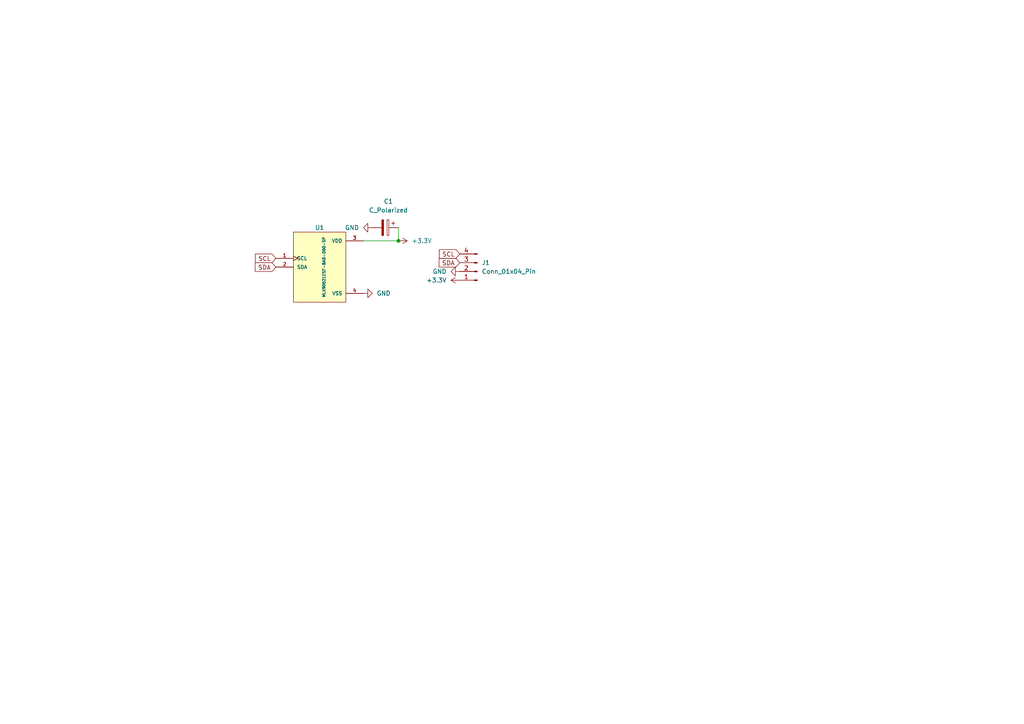
<source format=kicad_sch>
(kicad_sch (version 20230121) (generator eeschema)
  (paper "A4")
  (lib_symbols
    (symbol "Connector:Conn_01x04_Pin" (pin_names (offset 1.016) hide)
      (property "Reference" "J" (at 0 5.08 0))
      (property "Value" "Conn_01x04_Pin" (at 0 -7.62 0))
      (symbol "Conn_01x04_Pin_1_1"
        (polyline (pts (xy 1.27 -5.08) (xy 0.8636 -5.08)) (stroke (width 0.1524)))
        (polyline (pts (xy 1.27 -2.54) (xy 0.8636 -2.54)) (stroke (width 0.1524)))
        (polyline (pts (xy 1.27 0) (xy 0.8636 0)) (stroke (width 0.1524)))
        (polyline (pts (xy 1.27 2.54) (xy 0.8636 2.54)) (stroke (width 0.1524)))
        (rectangle (start 0.8636 -4.953) (end 0 -5.207) (stroke (width 0.1524)) (fill (type outline)))
        (rectangle (start 0.8636 -2.413) (end 0 -2.667) (stroke (width 0.1524)) (fill (type outline)))
        (rectangle (start 0.8636 0.127) (end 0 -0.127) (stroke (width 0.1524)) (fill (type outline)))
        (rectangle (start 0.8636 2.667) (end 0 2.413) (stroke (width 0.1524)) (fill (type outline)))
        (pin passive line (at 5.08 2.54 180) (length 3.81) (name "Pin_1") (number "1"))
        (pin passive line (at 5.08 0 180) (length 3.81) (name "Pin_2") (number "2"))
        (pin passive line (at 5.08 -2.54 180) (length 3.81) (name "Pin_3") (number "3"))
        (pin passive line (at 5.08 -5.08 180) (length 3.81) (name "Pin_4") (number "4"))
      )
    )
    (symbol "Device:C_Polarized" (pin_numbers hide) (pin_names (offset 0.254))
      (property "Reference" "C" (at 0.635 2.54 0))
      (property "Value" "C_Polarized" (at 0.635 -2.54 0))
      (symbol "C_Polarized_0_1"
        (rectangle (start -2.286 0.508) (end 2.286 1.016))
        (polyline (pts (xy -1.778 2.286) (xy -0.762 2.286)))
        (polyline (pts (xy -1.27 2.794) (xy -1.27 1.778)))
        (rectangle (start 2.286 -0.508) (end -2.286 -1.016) (fill (type outline)))
      )
      (symbol "C_Polarized_1_1"
        (pin passive line (at 0 3.81 270) (length 2.794) (name "~") (number "1"))
        (pin passive line (at 0 -3.81 90) (length 2.794) (name "~") (number "2"))
      )
    )
    (symbol "MLX90621ESF-BAB-000-SP:MLX90621ESF-BAB-000-SP" (pin_names (offset 1.016))
      (property "Reference" "U" (at -7.62 10.922 0))
      (property "Value" "MLX90621ESF-BAB-000-SP" (at -7.62 -12.7 0))
      (symbol "MLX90621ESF-BAB-000-SP_0_0"
        (rectangle (start -7.62 10.16) (end 7.62 -10.16) (stroke (width 0.1524)) (fill (type background)))
        (pin input clock (at -12.7 2.54 0) (length 5.08) (name "SCL") (number "1"))
        (pin bidirectional line (at -12.7 0 0) (length 5.08) (name "SDA") (number "2"))
        (pin power_in line (at 12.7 7.62 180) (length 5.08) (name "VDD") (number "3"))
        (pin power_in line (at 12.7 -7.62 180) (length 5.08) (name "VSS") (number "4"))
      )
    )
    (symbol "power:+3.3V" (power) (pin_names (offset 0))
      (property "Value" "+3.3V" (at 0 3.556 0))
      (symbol "+3.3V_0_1"
        (polyline (pts (xy -0.762 1.27) (xy 0 2.54)))
        (polyline (pts (xy 0 0) (xy 0 2.54)))
        (polyline (pts (xy 0 2.54) (xy 0.762 1.27)))
      )
      (symbol "+3.3V_1_1"
        (pin power_in line (at 0 0 90) (length 0) hide (name "+3.3V") (number "1"))
      )
    )
    (symbol "power:GND" (power) (pin_names (offset 0))
      (property "Value" "GND" (at 0 -3.81 0))
      (symbol "GND_0_1"
        (polyline (pts (xy 0 0) (xy 0 -1.27) (xy 1.27 -1.27) (xy 0 -2.54) (xy -1.27 -1.27) (xy 0 -1.27)))
      )
      (symbol "GND_1_1"
        (pin power_in line (at 0 0 270) (length 0) hide (name "GND") (number "1"))
      )
    )
  )
  (junction (at 115.57 69.85))
  (wire (pts (xy 115.57 66.04) (xy 115.57 69.85)))
  (wire (pts (xy 105.41 69.85) (xy 115.57 69.85)))
  (global_label "SCL" (shape input) (at 80.01 74.93 180) (property "Intersheetrefs" "${INTERSHEET_REFS}" (effects hide)))
  (global_label "SDA" (shape input) (at 80.01 77.47 180) (property "Intersheetrefs" "${INTERSHEET_REFS}" (effects hide)))
  (global_label "SCL" (shape input) (at 133.35 73.66 180) (property "Intersheetrefs" "${INTERSHEET_REFS}" (effects hide)))
  (global_label "SDA" (shape input) (at 133.35 76.2 180) (property "Intersheetrefs" "${INTERSHEET_REFS}" (effects hide)))
  (symbol (lib_id "power:GND") (at 133.35 78.74 270) (unit 1)
    (property "Reference" "#PWR03" (effects hide))
    (property "Value" "GND" (at 129.54 78.74 90) (effects (justify right)))
  )
  (symbol (lib_id "power:GND") (at 105.41 85.09 90) (unit 1)
    (property "Reference" "#PWR04" (effects hide))
    (property "Value" "GND" (at 109.22 85.09 90) (effects (justify right)))
  )
  (symbol (lib_id "power:+3.3V") (at 133.35 81.28 90) (unit 1)
    (property "Reference" "#PWR01" (effects hide))
    (property "Value" "+3.3V" (at 129.54 81.28 90) (effects (justify left)))
  )
  (symbol (lib_id "MLX90621ESF-BAB-000-SP:MLX90621ESF-BAB-000-SP") (at 92.71 77.47 0) (unit 1)
    (property "Reference" "U1" (at 92.71 66.04 0))
    (property "Value" "MLX90621ESF-BAB-000-SP" (at 93.98 77.47 90) (effects (font (size 0.8 0.8))))
    (property "Footprint" "TO254P940H1340-4:TO254P940H1340-4" (effects hide))
    (property "Description" "\nTemperature Sensor Digital, Infrared (IR) -40°C ~ 85°C - TO-39\n" (effects hide))
  )
  (symbol (lib_id "Device:C_Polarized") (at 111.76 66.04 270) (unit 1)
    (property "Reference" "C1" (at 112.649 58.42 90))
    (property "Value" "C_Polarized" (at 112.649 60.96 90))
    (property "Footprint" "Capacitor_THT:C_Disc_D4.3mm_W1.9mm_P5.00mm" (effects hide))
  )
  (symbol (lib_id "power:GND") (at 107.95 66.04 270) (unit 1)
    (property "Reference" "#PWR05" (effects hide))
    (property "Value" "GND" (at 104.14 66.04 90) (effects (justify right)))
  )
  (symbol (lib_id "Connector:Conn_01x04_Pin") (at 138.43 78.74 180) (unit 1)
    (property "Reference" "J1" (at 139.7 76.2 0) (effects (justify right)))
    (property "Value" "Conn_01x04_Pin" (at 139.7 78.74 0) (effects (justify right)))
    (property "Footprint" "Connector_PinHeader_2.54mm:PinHeader_1x04_P2.54mm_Vertical" (effects hide))
  )
  (symbol (lib_id "power:+3.3V") (at 115.57 69.85 270) (unit 1)
    (property "Reference" "#PWR02" (effects hide))
    (property "Value" "+3.3V" (at 119.38 69.85 90) (effects (justify left)))
  )
)
</source>
